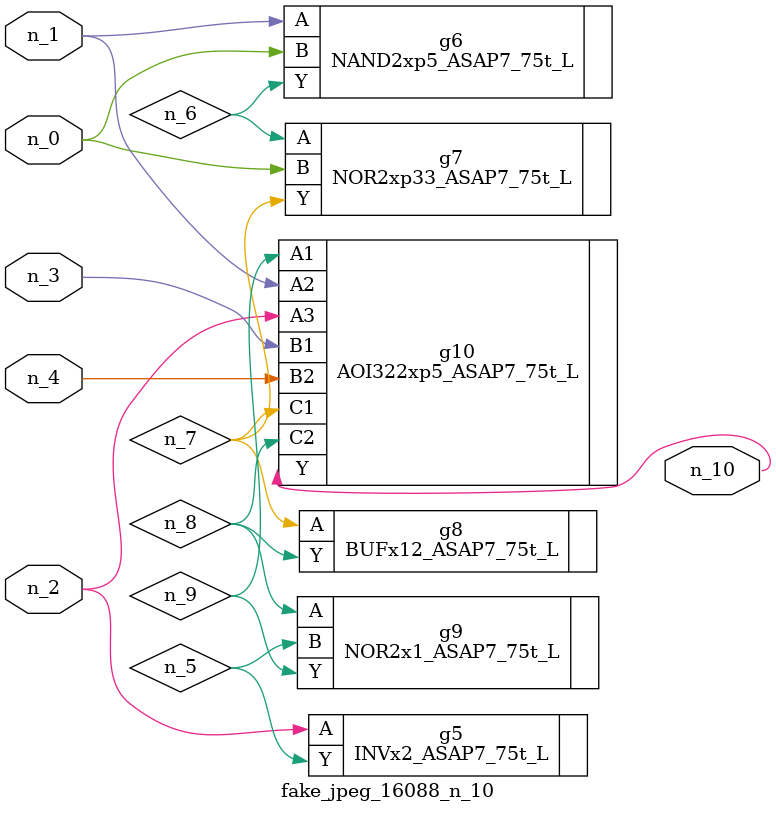
<source format=v>
module fake_jpeg_16088_n_10 (n_3, n_2, n_1, n_0, n_4, n_10);

input n_3;
input n_2;
input n_1;
input n_0;
input n_4;

output n_10;

wire n_8;
wire n_9;
wire n_6;
wire n_5;
wire n_7;

INVx2_ASAP7_75t_L g5 ( 
.A(n_2),
.Y(n_5)
);

NAND2xp5_ASAP7_75t_L g6 ( 
.A(n_1),
.B(n_0),
.Y(n_6)
);

NOR2xp33_ASAP7_75t_L g7 ( 
.A(n_6),
.B(n_0),
.Y(n_7)
);

BUFx12_ASAP7_75t_L g8 ( 
.A(n_7),
.Y(n_8)
);

NOR2x1_ASAP7_75t_L g9 ( 
.A(n_8),
.B(n_5),
.Y(n_9)
);

AOI322xp5_ASAP7_75t_L g10 ( 
.A1(n_9),
.A2(n_1),
.A3(n_2),
.B1(n_3),
.B2(n_4),
.C1(n_7),
.C2(n_8),
.Y(n_10)
);


endmodule
</source>
